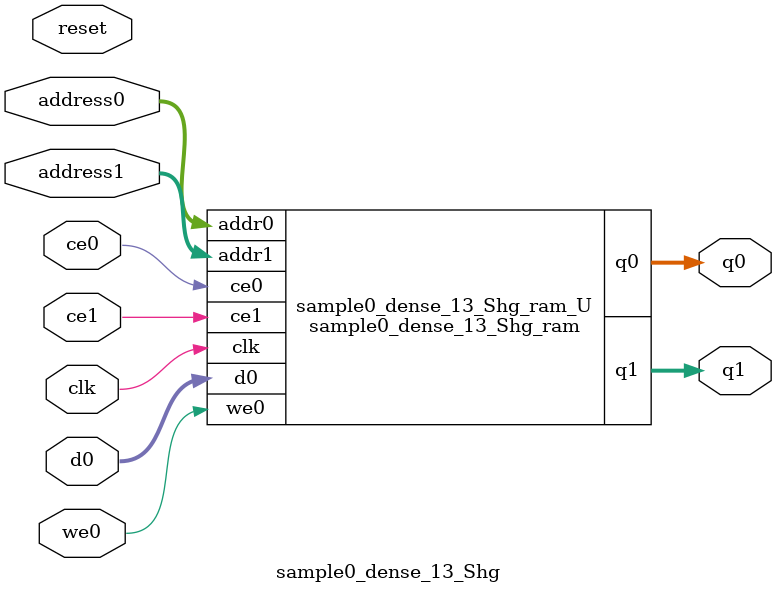
<source format=v>

`timescale 1 ns / 1 ps
module sample0_dense_13_Shg_ram (addr0, ce0, d0, we0, q0, addr1, ce1, q1,  clk);

parameter DWIDTH = 32;
parameter AWIDTH = 12;
parameter MEM_SIZE = 2580;

input[AWIDTH-1:0] addr0;
input ce0;
input[DWIDTH-1:0] d0;
input we0;
output reg[DWIDTH-1:0] q0;
input[AWIDTH-1:0] addr1;
input ce1;
output reg[DWIDTH-1:0] q1;
input clk;

(* ram_style = "block" *)reg [DWIDTH-1:0] ram[0:MEM_SIZE-1];




always @(posedge clk)  
begin 
    if (ce0) 
    begin
        if (we0) 
        begin 
            ram[addr0] <= d0; 
            q0 <= d0;
        end 
        else 
            q0 <= ram[addr0];
    end
end


always @(posedge clk)  
begin 
    if (ce1) 
    begin
            q1 <= ram[addr1];
    end
end


endmodule


`timescale 1 ns / 1 ps
module sample0_dense_13_Shg(
    reset,
    clk,
    address0,
    ce0,
    we0,
    d0,
    q0,
    address1,
    ce1,
    q1);

parameter DataWidth = 32'd32;
parameter AddressRange = 32'd2580;
parameter AddressWidth = 32'd12;
input reset;
input clk;
input[AddressWidth - 1:0] address0;
input ce0;
input we0;
input[DataWidth - 1:0] d0;
output[DataWidth - 1:0] q0;
input[AddressWidth - 1:0] address1;
input ce1;
output[DataWidth - 1:0] q1;



sample0_dense_13_Shg_ram sample0_dense_13_Shg_ram_U(
    .clk( clk ),
    .addr0( address0 ),
    .ce0( ce0 ),
    .we0( we0 ),
    .d0( d0 ),
    .q0( q0 ),
    .addr1( address1 ),
    .ce1( ce1 ),
    .q1( q1 ));

endmodule


</source>
